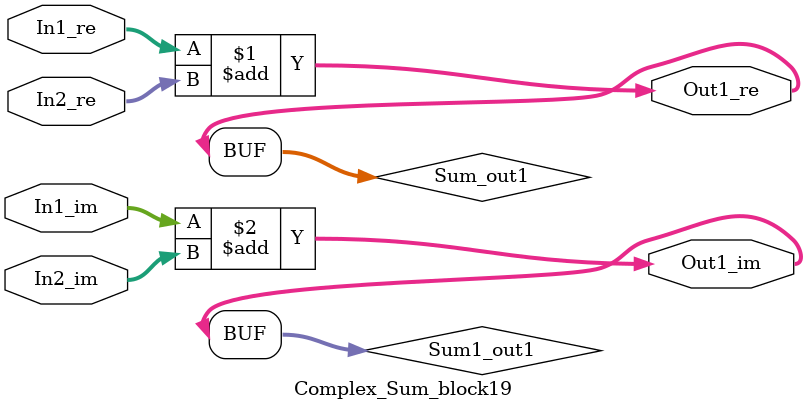
<source format=v>



`timescale 1 ns / 1 ns

module Complex_Sum_block19
          (In1_re,
           In1_im,
           In2_re,
           In2_im,
           Out1_re,
           Out1_im);


  input   signed [36:0] In1_re;  // sfix37_En22
  input   signed [36:0] In1_im;  // sfix37_En22
  input   signed [36:0] In2_re;  // sfix37_En22
  input   signed [36:0] In2_im;  // sfix37_En22
  output  signed [36:0] Out1_re;  // sfix37_En22
  output  signed [36:0] Out1_im;  // sfix37_En22


  wire signed [36:0] Sum_out1;  // sfix37_En22
  wire signed [36:0] Sum1_out1;  // sfix37_En22


  assign Sum_out1 = In1_re + In2_re;



  assign Out1_re = Sum_out1;

  assign Sum1_out1 = In1_im + In2_im;



  assign Out1_im = Sum1_out1;

endmodule  // Complex_Sum_block19


</source>
